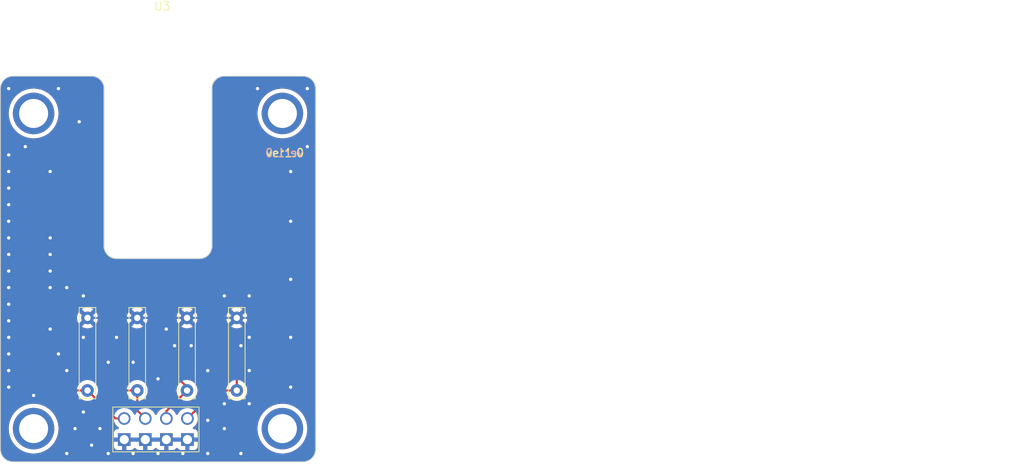
<source format=kicad_pcb>
(kicad_pcb (version 20221018) (generator pcbnew)
  (layers (0 "F.Cu" signal) (31 "B.Cu" signal) (34 "B.Paste" user) (35 "F.Paste" user) (36 "B.SilkS" user "B.Silkscreen") (37 "F.SilkS" user "F.Silkscreen") (38 "B.Mask" user) (39 "F.Mask" user) (44 "Edge.Cuts" user))
  (net 0 "")
  (net 1 "Net-(U3-GND)")
  (net 2 "Net-(U2-1_b)")
  (net 3 "Net-(U2-3_b)")
  (net 4 "Net-(U2-4_b)")
  (net 20 "Net-(U2-2_b)")
  (footprint "Library 自作:スルーホールの一般的な　抵抗" (layer "F.Cu") (at 149.5 81.4 180)
    (fp_text reference "U6" hide)
    (fp_text value "~" hide)
    (fp_line (start -1 3) (end -1 14) (stroke (width 0.1)) (layer "F.SilkS"))
    (fp_line (start -1 14) (end 1 14) (stroke (width 0.1)) (layer "F.SilkS"))
    (fp_line (start 1 3) (end -1 3) (stroke (width 0.1)) (layer "F.SilkS"))
    (fp_line (start 1 14) (end 1 3) (stroke (width 0.1)) (layer "F.SilkS"))
    (pad "1" thru_hole circle (at 0 4 180) (size 1.524 1.524) (drill 0.762) (layers "*.Cu" "*.Mask") (net 3 "Net-(U2-3_b)"))
    (pad "2" thru_hole circle (at 0 12.75 180) (size 1.524 1.524) (drill 0.762) (layers "*.Cu" "*.Mask") (net 1 "Net-(U3-GND)"))
  )
  (footprint "Library nezi:m3 nezi" (layer "F.Cu") (at 131 44)
    (fp_text reference "J2" hide)
    (fp_text value "Conn_02x05" hide)
    (pad "1" thru_hole circle (at 0 0) (size 5 5) (drill 3.5) (layers "*.Cu" "*.Mask"))
  )
  (footprint "Library nezi:m3 nezi" (layer "F.Cu") (at 161 44)
    (fp_text reference "J2" hide)
    (fp_text value "Conn_02x05" hide)
    (pad "1" thru_hole circle (at 0 0) (size 5 5) (drill 3.5) (layers "*.Cu" "*.Mask"))
  )
  (footprint "Library nezi:m3 nezi" (layer "F.Cu") (at 161 82)
    (fp_text reference "J2" hide)
    (fp_text value "Conn_02x05" hide)
    (pad "1" thru_hole circle (at 0 0) (size 5 5) (drill 3.5) (layers "*.Cu" "*.Mask"))
  )
  (footprint "Library 自作:PinHeader_2x4_P2.54mm_Vertical_Staggered" (layer "F.Cu") (at 145.75 82 90)
    (fp_text reference "U2" hide)
    (fp_text value "~" hide)
    (fp_rect (start -2.8 -5.2) (end 2.6 5.2) (stroke (width 0.1)) (fill none) (layer "F.SilkS"))
    (pad "1" thru_hole rect (at -1.32 -3.82 90) (size 1.524 1.524) (drill 1.1) (layers "*.Cu" "*.Mask") (net 1 "Net-(U3-GND)"))
    (pad "2" thru_hole rect (at -1.32 -1.28 90) (size 1.524 1.524) (drill 1.1) (layers "*.Cu" "*.Mask") (net 1 "Net-(U3-GND)"))
    (pad "3" thru_hole rect (at -1.32 1.26 90) (size 1.524 1.524) (drill 1.1) (layers "*.Cu" "*.Mask") (net 1 "Net-(U3-GND)"))
    (pad "4" thru_hole rect (at -1.32 3.8 90) (size 1.524 1.524) (drill 1.1) (layers "*.Cu" "*.Mask") (net 1 "Net-(U3-GND)"))
    (pad "5" thru_hole oval (at 1.22 -3.82 90) (size 1.524 1.524) (drill 1.1) (layers "*.Cu" "*.Mask") (net 2 "Net-(U2-1_b)"))
    (pad "6" thru_hole oval (at 1.22 -1.28 90) (size 1.524 1.524) (drill 1.1) (layers "*.Cu" "*.Mask") (net 20 "Net-(U2-2_b)"))
    (pad "7" thru_hole oval (at 1.22 1.26 90) (size 1.524 1.524) (drill 1.1) (layers "*.Cu" "*.Mask") (net 3 "Net-(U2-3_b)"))
    (pad "8" thru_hole oval (at 1.22 3.8 90) (size 1.524 1.524) (drill 1.1) (layers "*.Cu" "*.Mask") (net 4 "Net-(U2-4_b)"))
  )
  (footprint "Library 自作:rp2040_micro_board" (layer "F.Cu") (at 146.51 51.4)
    (fp_text reference "U3" (at 0 -20.32 unlocked) (layer "F.SilkS") (effects (font (thickness 0.1))))
    (fp_text value "~")
    (pad "0" smd roundrect (at 9 -9.08) (size 3 1.5) (layers "F.Cu" "F.Paste" "F.Mask"))
    (pad "1" smd roundrect (at 9 -6.54) (size 3 1.5) (layers "F.Cu" "F.Paste" "F.Mask"))
    (pad "2" smd roundrect (at 9 -4) (size 3 1.5) (layers "F.Cu" "F.Paste" "F.Mask"))
    (pad "3" smd roundrect (at 9 -1.46) (size 3 1.5) (layers "F.Cu" "F.Paste" "F.Mask"))
    (pad "4" smd roundrect (at 9 1.08) (size 3 1.5) (layers "F.Cu" "F.Paste" "F.Mask"))
    (pad "5" smd roundrect (at 9 3.62) (size 3 1.5) (layers "F.Cu" "F.Paste" "F.Mask"))
    (pad "6" smd roundrect (at 9 6.16) (size 3 1.5) (layers "F.Cu" "F.Paste" "F.Mask"))
    (pad "7" smd roundrect (at 9 8.7) (size 3 1.5) (layers "F.Cu" "F.Paste" "F.Mask"))
    (pad "8" smd roundrect (at 9 11.24) (size 3 1.5) (layers "F.Cu" "F.Paste" "F.Mask"))
    (pad "9" smd roundrect (at 4.55 13.22 90) (size 3 1.5) (layers "F.Cu" "F.Paste" "F.Mask"))
    (pad "10" smd roundrect (at 2.01 13.22 90) (size 3 1.5) (layers "F.Cu" "F.Paste" "F.Mask"))
    (pad "11" smd roundrect (at -0.53 13.22 90) (size 3 1.5) (layers "F.Cu" "F.Paste" "F.Mask"))
    (pad "12" smd roundrect (at -3.07 13.22 90) (size 3 1.5) (layers "F.Cu" "F.Paste" "F.Mask"))
    (pad "13" smd roundrect (at -5.61 13.22 90) (size 3 1.5) (layers "F.Cu" "F.Paste" "F.Mask"))
    (pad "14" smd roundrect (at -10 11.24) (size 3 1.5) (layers "F.Cu" "F.Paste" "F.Mask"))
    (pad "15" smd roundrect (at -10 8.7) (size 3 1.5) (layers "F.Cu" "F.Paste" "F.Mask"))
    (pad "26" smd roundrect (at -10 6.16) (size 3 1.5) (layers "F.Cu" "F.Paste" "F.Mask") (net 20 "Net-(U2-2_b)"))
    (pad "27" smd roundrect (at -10 3.62) (size 3 1.5) (layers "F.Cu" "F.Paste" "F.Mask") (net 2 "Net-(U2-1_b)"))
    (pad "28" smd roundrect (at -10 1.08) (size 3 1.5) (layers "F.Cu" "F.Paste" "F.Mask") (net 3 "Net-(U2-3_b)"))
    (pad "29" smd roundrect (at -10 -1.46) (size 3 1.5) (layers "F.Cu" "F.Paste" "F.Mask") (net 4 "Net-(U2-4_b)"))
    (pad "30" smd roundrect (at -10 -4) (size 3 1.5) (layers "F.Cu" "F.Paste" "F.Mask"))
    (pad "31" smd roundrect (at -10 -6.54) (size 3 1.5) (layers "F.Cu" "F.Paste" "F.Mask") (net 1 "Net-(U3-GND)"))
    (pad "32" smd roundrect (at -10 -9.08) (size 3 1.5) (layers "F.Cu" "F.Paste" "F.Mask"))
  )
  (footprint "Library 自作:スルーホールの一般的な　抵抗" (layer "F.Cu") (at 137.5 81.4 180)
    (fp_text reference "U8" hide)
    (fp_text value "~" hide)
    (fp_line (start -1 3) (end -1 14) (stroke (width 0.1)) (layer "F.SilkS"))
    (fp_line (start -1 14) (end 1 14) (stroke (width 0.1)) (layer "F.SilkS"))
    (fp_line (start 1 3) (end -1 3) (stroke (width 0.1)) (layer "F.SilkS"))
    (fp_line (start 1 14) (end 1 3) (stroke (width 0.1)) (layer "F.SilkS"))
    (pad "1" thru_hole circle (at 0 4 180) (size 1.524 1.524) (drill 0.762) (layers "*.Cu" "*.Mask") (net 2 "Net-(U2-1_b)"))
    (pad "2" thru_hole circle (at 0 12.75 180) (size 1.524 1.524) (drill 0.762) (layers "*.Cu" "*.Mask") (net 1 "Net-(U3-GND)"))
  )
  (footprint "Library 自作:スルーホールの一般的な　抵抗" (layer "F.Cu") (at 143.5 81.4 180)
    (fp_text reference "U7" hide)
    (fp_text value "~" hide)
    (fp_line (start -1 3) (end -1 14) (stroke (width 0.1)) (layer "F.SilkS"))
    (fp_line (start -1 14) (end 1 14) (stroke (width 0.1)) (layer "F.SilkS"))
    (fp_line (start 1 3) (end -1 3) (stroke (width 0.1)) (layer "F.SilkS"))
    (fp_line (start 1 14) (end 1 3) (stroke (width 0.1)) (layer "F.SilkS"))
    (pad "1" thru_hole circle (at 0 4 180) (size 1.524 1.524) (drill 0.762) (layers "*.Cu" "*.Mask") (net 20 "Net-(U2-2_b)"))
    (pad "2" thru_hole circle (at 0 12.75 180) (size 1.524 1.524) (drill 0.762) (layers "*.Cu" "*.Mask") (net 1 "Net-(U3-GND)"))
  )
  (footprint "Library nezi:m3 nezi" (layer "F.Cu") (at 131 82)
    (fp_text reference "J2" hide)
    (fp_text value "Conn_02x05" hide)
    (pad "1" thru_hole circle (at 0 0) (size 5 5) (drill 3.5) (layers "*.Cu" "*.Mask"))
  )
  (footprint "Library 自作:スルーホールの一般的な　抵抗" (layer "F.Cu") (at 155.5 81.4 180)
    (fp_text reference "U5" hide)
    (fp_text value "~" hide)
    (fp_line (start -1 3) (end -1 14) (stroke (width 0.1)) (layer "F.SilkS"))
    (fp_line (start -1 14) (end 1 14) (stroke (width 0.1)) (layer "F.SilkS"))
    (fp_line (start 1 3) (end -1 3) (stroke (width 0.1)) (layer "F.SilkS"))
    (fp_line (start 1 14) (end 1 3) (stroke (width 0.1)) (layer "F.SilkS"))
    (pad "1" thru_hole circle (at 0 4 180) (size 1.524 1.524) (drill 0.762) (layers "*.Cu" "*.Mask") (net 4 "Net-(U2-4_b)"))
    (pad "2" thru_hole circle (at 0 12.75 180) (size 1.524 1.524) (drill 0.762) (layers "*.Cu" "*.Mask") (net 1 "Net-(U3-GND)"))
  )
  (gr_line (start 139.5 60) (end 139.5 41) (stroke (width 0.1)) (layer "Edge.Cuts"))
  (gr_arc (start 128.5 86) (mid 127.43934 85.56066) (end 127 84.5) (stroke (width 0.1)) (layer "Edge.Cuts"))
  (gr_line (start 152.5 41) (end 152.5 60) (stroke (width 0.1)) (layer "Edge.Cuts"))
  (gr_arc (start 152.5 60) (mid 152.06066 61.06066) (end 151 61.5) (stroke (width 0.1)) (layer "Edge.Cuts"))
  (gr_arc (start 163.5 39.5) (mid 164.56066 39.93934) (end 165 41) (stroke (width 0.1)) (layer "Edge.Cuts"))
  (gr_line (start 163.5 39.5) (end 154 39.5) (stroke (width 0.1)) (layer "Edge.Cuts"))
  (gr_line (start 138 39.5) (end 128.5 39.5) (stroke (width 0.1)) (layer "Edge.Cuts"))
  (gr_line (start 141 61.5) (end 151 61.5) (stroke (width 0.1)) (layer "Edge.Cuts"))
  (gr_arc (start 127 41) (mid 127.43934 39.93934) (end 128.5 39.5) (stroke (width 0.1)) (layer "Edge.Cuts"))
  (gr_arc (start 141 61.5) (mid 139.93934 61.06066) (end 139.5 60) (stroke (width 0.1)) (layer "Edge.Cuts"))
  (gr_arc (start 152.5 41) (mid 152.93934 39.93934) (end 154 39.5) (stroke (width 0.1)) (layer "Edge.Cuts"))
  (gr_arc (start 165 84.5) (mid 164.56066 85.56066) (end 163.5 86) (stroke (width 0.1)) (layer "Edge.Cuts"))
  (gr_line (start 165 84.5) (end 165 41) (stroke (width 0.1)) (layer "Edge.Cuts"))
  (gr_line (start 128.5 86) (end 163.5 86) (stroke (width 0.1)) (layer "Edge.Cuts"))
  (gr_arc (start 138 39.5) (mid 139.06066 39.93934) (end 139.5 41) (stroke (width 0.1)) (layer "Edge.Cuts"))
  (gr_line (start 127 41) (end 127 84.5) (stroke (width 0.1)) (layer "Edge.Cuts"))
  (gr_text "ver1.0" (at 163.65 49.35) (layer "B.SilkS") (effects (font (size 1 1)) (justify left bottom mirror)))
  (gr_text "ver1.0	" (at 158.9 49.35) (layer "F.SilkS") (effects (font (size 1 1)) (justify left bottom)))
  (via (at 143 85) (size 0.8) (drill 0.4) (layers "F.Cu" "B.Cu") (net 1))
  (via (at 152 75) (size 0.8) (drill 0.4) (layers "F.Cu" "B.Cu") (net 1))
  (via (at 136.5 45) (size 0.8) (drill 0.4) (layers "F.Cu" "B.Cu") (net 1))
  (via (at 137 80) (size 0.8) (drill 0.4) (layers "F.Cu" "B.Cu") (net 1))
  (via (at 158 41) (size 0.8) (drill 0.4) (layers "F.Cu" "B.Cu") (net 1))
  (via (at 157 79) (size 0.8) (drill 0.4) (layers "F.Cu" "B.Cu") (net 1))
  (via (at 137 71) (size 0.8) (drill 0.4) (layers "F.Cu" "B.Cu") (net 1))
  (via (at 154 79) (size 0.8) (drill 0.4) (layers "F.Cu" "B.Cu") (net 1))
  (via (at 143 74) (size 0.8) (drill 0.4) (layers "F.Cu" "B.Cu") (net 1))
  (via (at 164 41) (size 0.8) (drill 0.4) (layers "F.Cu" "B.Cu") (net 1))
  (via (at 135 75) (size 0.8) (drill 0.4) (layers "F.Cu" "B.Cu") (net 1))
  (via (at 135 85) (size 0.8) (drill 0.4) (layers "F.Cu" "B.Cu") (net 1))
  (via (at 156 85) (size 0.8) (drill 0.4) (layers "F.Cu" "B.Cu") (net 1))
  (via (at 152 85) (size 0.8) (drill 0.4) (layers "F.Cu" "B.Cu") (net 1))
  (via (at 157 75) (size 0.8) (drill 0.4) (layers "F.Cu" "B.Cu") (net 1))
  (via (at 133 63) (size 0.8) (drill 0.4) (layers "F.Cu" "B.Cu") (net 1))
  (via (at 128 63) (size 0.8) (drill 0.4) (layers "F.Cu" "B.Cu") (net 1))
  (via (at 141 71) (size 0.8) (drill 0.4) (layers "F.Cu" "B.Cu") (net 1))
  (via (at 140 74) (size 0.8) (drill 0.4) (layers "F.Cu" "B.Cu") (net 1))
  (via (at 148 72) (size 0.8) (drill 0.4) (layers "F.Cu" "B.Cu") (net 1))
  (via (at 152 81) (size 0.8) (drill 0.4) (layers "F.Cu" "B.Cu") (net 1))
  (via (at 162 57) (size 0.8) (drill 0.4) (layers "F.Cu" "B.Cu") (net 1))
  (via (at 154 66) (size 0.8) (drill 0.4) (layers "F.Cu" "B.Cu") (net 1))
  (via (at 146 76) (size 0.8) (drill 0.4) (layers "F.Cu" "B.Cu") (net 1))
  (via (at 162 71) (size 0.8) (drill 0.4) (layers "F.Cu" "B.Cu") (net 1))
  (via (at 135 65) (size 0.8) (drill 0.4) (layers "F.Cu" "B.Cu") (net 1))
  (via (at 128 69) (size 0.8) (drill 0.4) (layers "F.Cu" "B.Cu") (net 1))
  (via (at 133 51) (size 0.8) (drill 0.4) (layers "F.Cu" "B.Cu") (net 1))
  (via (at 128 61) (size 0.8) (drill 0.4) (layers "F.Cu" "B.Cu") (net 1))
  (via (at 130 48) (size 0.8) (drill 0.4) (layers "F.Cu" "B.Cu") (net 1))
  (via (at 162 51) (size 0.8) (drill 0.4) (layers "F.Cu" "B.Cu") (net 1))
  (via (at 162 64) (size 0.8) (drill 0.4) (layers "F.Cu" "B.Cu") (net 1))
  (via (at 140 85) (size 0.8) (drill 0.4) (layers "F.Cu" "B.Cu") (net 1))
  (via (at 156 72) (size 0.8) (drill 0.4) (layers "F.Cu" "B.Cu") (net 1))
  (via (at 157 71) (size 0.8) (drill 0.4) (layers "F.Cu" "B.Cu") (net 1))
  (via (at 133 70) (size 0.8) (drill 0.4) (layers "F.Cu" "B.Cu") (net 1))
  (via (at 133 65) (size 0.8) (drill 0.4) (layers "F.Cu" "B.Cu") (net 1))
  (via (at 128 65) (size 0.8) (drill 0.4) (layers "F.Cu" "B.Cu") (net 1))
  (via (at 128 53) (size 0.8) (drill 0.4) (layers "F.Cu" "B.Cu") (net 1))
  (via (at 150 72) (size 0.8) (drill 0.4) (layers "F.Cu" "B.Cu") (net 1))
  (via (at 138 84) (size 0.8) (drill 0.4) (layers "F.Cu" "B.Cu") (net 1))
  (via (at 128 41) (size 0.8) (drill 0.4) (layers "F.Cu" "B.Cu") (net 1))
  (via (at 162 77) (size 0.8) (drill 0.4) (layers "F.Cu" "B.Cu") (net 1))
  (via (at 128 75) (size 0.8) (drill 0.4) (layers "F.Cu" "B.Cu") (net 1))
  (via (at 149 85) (size 0.8) (drill 0.4) (layers "F.Cu" "B.Cu") (net 1))
  (via (at 128 55) (size 0.8) (drill 0.4) (layers "F.Cu" "B.Cu") (net 1))
  (via (at 133 61) (size 0.8) (drill 0.4) (layers "F.Cu" "B.Cu") (net 1))
  (via (at 128 51) (size 0.8) (drill 0.4) (layers "F.Cu" "B.Cu") (net 1))
  (via (at 146 85) (size 0.8) (drill 0.4) (layers "F.Cu" "B.Cu") (net 1))
  (via (at 157 66) (size 0.8) (drill 0.4) (layers "F.Cu" "B.Cu") (net 1))
  (via (at 128 49) (size 0.8) (drill 0.4) (layers "F.Cu" "B.Cu") (net 1))
  (via (at 128 77) (size 0.8) (drill 0.4) (layers "F.Cu" "B.Cu") (net 1))
  (via (at 147 70) (size 0.8) (drill 0.4) (layers "F.Cu" "B.Cu") (net 1))
  (via (at 137 66) (size 0.8) (drill 0.4) (layers "F.Cu" "B.Cu") (net 1))
  (via (at 134 41) (size 0.8) (drill 0.4) (layers "F.Cu" "B.Cu") (net 1))
  (via (at 164 48) (size 0.8) (drill 0.4) (layers "F.Cu" "B.Cu") (net 1))
  (via (at 128 57) (size 0.8) (drill 0.4) (layers "F.Cu" "B.Cu") (net 1))
  (via (at 139 82) (size 0.8) (drill 0.4) (layers "F.Cu" "B.Cu") (net 1))
  (via (at 131 78) (size 0.8) (drill 0.4) (layers "F.Cu" "B.Cu") (net 1))
  (via (at 136 82) (size 0.8) (drill 0.4) (layers "F.Cu" "B.Cu") (net 1))
  (via (at 128 71) (size 0.8) (drill 0.4) (layers "F.Cu" "B.Cu") (net 1))
  (via (at 154 82) (size 0.8) (drill 0.4) (layers "F.Cu" "B.Cu") (net 1))
  (via (at 128 67) (size 0.8) (drill 0.4) (layers "F.Cu" "B.Cu") (net 1))
  (via (at 134 73) (size 0.8) (drill 0.4) (layers "F.Cu" "B.Cu") (net 1))
  (via (at 128 73) (size 0.8) (drill 0.4) (layers "F.Cu" "B.Cu") (net 1))
  (via (at 128 59) (size 0.8) (drill 0.4) (layers "F.Cu" "B.Cu") (net 1))
  (via (at 133 59) (size 0.8) (drill 0.4) (layers "F.Cu" "B.Cu") (net 1))
  (segment (start 135.5 45) (end 136.5 45) (width 0.25) (layer "B.Cu") (net 1))
  (segment (start 155.5 68.65) (end 149.5 68.65) (width 0.25) (layer "B.Cu") (net 1))
  (segment (start 154.68 83.32) (end 158.5 79.5) (width 0.25) (layer "B.Cu") (net 1))
  (segment (start 143.5 68.65) (end 137.5 68.65) (width 0.25) (layer "B.Cu") (net 1))
  (segment (start 149.5 68.65) (end 143.5 68.65) (width 0.25) (layer "B.Cu") (net 1))
  (segment (start 138.82 83.32) (end 130 74.5) (width 0.25) (layer "B.Cu") (net 1))
  (segment (start 157.65 68.65) (end 155.5 68.65) (width 0.25) (layer "B.Cu") (net 1))
  (segment (start 141.93 83.32) (end 138.82 83.32) (width 0.25) (layer "B.Cu") (net 1))
  (segment (start 149.55 83.32) (end 154.68 83.32) (width 0.25) (layer "B.Cu") (net 1))
  (segment (start 130 50.5) (end 135.5 45) (width 0.25) (layer "B.Cu") (net 1))
  (segment (start 130 74.5) (end 130 50.5) (width 0.25) (layer "B.Cu") (net 1))
  (segment (start 158.5 79.5) (end 158.5 69.5) (width 0.25) (layer "B.Cu") (net 1))
  (segment (start 158.5 69.5) (end 157.65 68.65) (width 0.25) (layer "B.Cu") (net 1))
  (segment (start 135.4 77.4) (end 131.5 73.5) (width 0.25) (layer "F.Cu") (net 2))
  (segment (start 133.48 55.02) (end 136.51 55.02) (width 0.25) (layer "F.Cu") (net 2))
  (segment (start 137.5 77.4) (end 135.4 77.4) (width 0.25) (layer "F.Cu") (net 2))
  (segment (start 140.88 80.78) (end 141.93 80.78) (width 0.25) (layer "F.Cu") (net 2))
  (segment (start 131.5 57) (end 133.48 55.02) (width 0.25) (layer "F.Cu") (net 2))
  (segment (start 131.5 73.5) (end 131.5 57) (width 0.25) (layer "F.Cu") (net 2))
  (segment (start 137.5 77.4) (end 140.88 80.78) (width 0.25) (layer "F.Cu") (net 2))
  (segment (start 149.5 77.4) (end 149.5 77) (width 0.25) (layer "F.Cu") (net 3))
  (segment (start 149.5 77.4) (end 147.01 79.89) (width 0.25) (layer "F.Cu") (net 3))
  (segment (start 138.55 54.52) (end 136.51 52.48) (width 0.25) (layer "F.Cu") (net 3))
  (segment (start 149.5 77) (end 138.55 66.05) (width 0.25) (layer "F.Cu") (net 3))
  (segment (start 138.55 66.05) (end 138.55 54.52) (width 0.25) (layer "F.Cu") (net 3))
  (segment (start 147.01 79.89) (end 147.01 80.78) (width 0.25) (layer "F.Cu") (net 3))
  (segment (start 151.5 62) (end 139.5 62) (width 0.25) (layer "F.Cu") (net 4))
  (segment (start 137.94 49.94) (end 136.51 49.94) (width 0.25) (layer "F.Cu") (net 4))
  (segment (start 139.5 62) (end 139 61.5) (width 0.25) (layer "F.Cu") (net 4))
  (segment (start 152.5 63) (end 151.5 62) (width 0.25) (layer "F.Cu") (net 4))
  (segment (start 152.93 77.4) (end 149.55 80.78) (width 0.25) (layer "F.Cu") (net 4))
  (segment (start 155.5 77.4) (end 155.5 75.5) (width 0.25) (layer "F.Cu") (net 4))
  (segment (start 155.5 77.4) (end 152.93 77.4) (width 0.25) (layer "F.Cu") (net 4))
  (segment (start 139 51) (end 137.94 49.94) (width 0.25) (layer "F.Cu") (net 4))
  (segment (start 139 61.5) (end 139 51) (width 0.25) (layer "F.Cu") (net 4))
  (segment (start 152.5 72.5) (end 152.5 63) (width 0.25) (layer "F.Cu") (net 4))
  (segment (start 155.5 75.5) (end 152.5 72.5) (width 0.25) (layer "F.Cu") (net 4))
  (segment (start 143.5 77.4) (end 140.4 77.4) (width 0.25) (layer "F.Cu") (net 20))
  (segment (start 140.4 77.4) (end 134 71) (width 0.25) (layer "F.Cu") (net 20))
  (segment (start 134 71) (end 134 60.07) (width 0.25) (layer "F.Cu") (net 20))
  (segment (start 143.5 79.81) (end 144.47 80.78) (width 0.25) (layer "F.Cu") (net 20))
  (segment (start 134 60.07) (end 136.51 57.56) (width 0.25) (layer "F.Cu") (net 20))
  (segment (start 143.5 77.4) (end 143.5 79.81) (width 0.25) (layer "F.Cu") (net 20))
  (zone (net 1) (net_name "Net-(U3-GND)") (layers "F&B.Cu") (connect_pads (clearance 0.5)) (min_thickness 0.25) (fill yes (thermal_gap 0.5) (thermal_bridge_width 0.5))
    (polygon (pts (xy 127 39.5) (xy 165 39.5) (xy 166.5 41) (xy 166.5 87) (xy 166 87.5) (xy 127 87.5)))
  )
)
</source>
